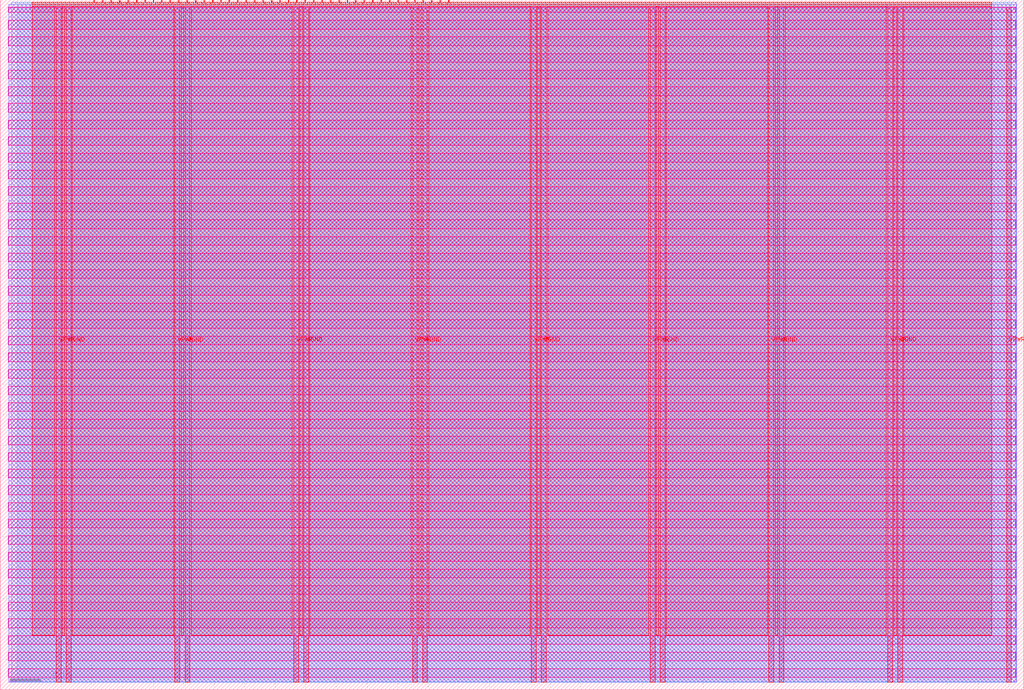
<source format=lef>
VERSION 5.7 ;
  NOWIREEXTENSIONATPIN ON ;
  DIVIDERCHAR "/" ;
  BUSBITCHARS "[]" ;
MACRO tt_um_find_the_damn_issue
  CLASS BLOCK ;
  FOREIGN tt_um_find_the_damn_issue ;
  ORIGIN 0.000 0.000 ;
  SIZE 334.880 BY 225.760 ;
  PIN VGND
    DIRECTION INOUT ;
    USE GROUND ;
    PORT
      LAYER met4 ;
        RECT 21.580 2.480 23.180 223.280 ;
    END
    PORT
      LAYER met4 ;
        RECT 60.450 2.480 62.050 223.280 ;
    END
    PORT
      LAYER met4 ;
        RECT 99.320 2.480 100.920 223.280 ;
    END
    PORT
      LAYER met4 ;
        RECT 138.190 2.480 139.790 223.280 ;
    END
    PORT
      LAYER met4 ;
        RECT 177.060 2.480 178.660 223.280 ;
    END
    PORT
      LAYER met4 ;
        RECT 215.930 2.480 217.530 223.280 ;
    END
    PORT
      LAYER met4 ;
        RECT 254.800 2.480 256.400 223.280 ;
    END
    PORT
      LAYER met4 ;
        RECT 293.670 2.480 295.270 223.280 ;
    END
  END VGND
  PIN VPWR
    DIRECTION INOUT ;
    USE POWER ;
    PORT
      LAYER met4 ;
        RECT 18.280 2.480 19.880 223.280 ;
    END
    PORT
      LAYER met4 ;
        RECT 57.150 2.480 58.750 223.280 ;
    END
    PORT
      LAYER met4 ;
        RECT 96.020 2.480 97.620 223.280 ;
    END
    PORT
      LAYER met4 ;
        RECT 134.890 2.480 136.490 223.280 ;
    END
    PORT
      LAYER met4 ;
        RECT 173.760 2.480 175.360 223.280 ;
    END
    PORT
      LAYER met4 ;
        RECT 212.630 2.480 214.230 223.280 ;
    END
    PORT
      LAYER met4 ;
        RECT 251.500 2.480 253.100 223.280 ;
    END
    PORT
      LAYER met4 ;
        RECT 290.370 2.480 291.970 223.280 ;
    END
    PORT
      LAYER met4 ;
        RECT 329.240 2.480 330.840 223.280 ;
    END
  END VPWR
  PIN clk
    DIRECTION INPUT ;
    USE SIGNAL ;
    ANTENNAGATEAREA 0.852000 ;
    PORT
      LAYER met4 ;
        RECT 143.830 224.760 144.130 225.760 ;
    END
  END clk
  PIN ena
    DIRECTION INPUT ;
    USE SIGNAL ;
    PORT
      LAYER met4 ;
        RECT 146.590 224.760 146.890 225.760 ;
    END
  END ena
  PIN rst_n
    DIRECTION INPUT ;
    USE SIGNAL ;
    ANTENNAGATEAREA 0.196500 ;
    PORT
      LAYER met4 ;
        RECT 141.070 224.760 141.370 225.760 ;
    END
  END rst_n
  PIN ui_in[0]
    DIRECTION INPUT ;
    USE SIGNAL ;
    ANTENNAGATEAREA 0.196500 ;
    PORT
      LAYER met4 ;
        RECT 138.310 224.760 138.610 225.760 ;
    END
  END ui_in[0]
  PIN ui_in[1]
    DIRECTION INPUT ;
    USE SIGNAL ;
    ANTENNAGATEAREA 0.196500 ;
    PORT
      LAYER met4 ;
        RECT 135.550 224.760 135.850 225.760 ;
    END
  END ui_in[1]
  PIN ui_in[2]
    DIRECTION INPUT ;
    USE SIGNAL ;
    ANTENNAGATEAREA 0.196500 ;
    PORT
      LAYER met4 ;
        RECT 132.790 224.760 133.090 225.760 ;
    END
  END ui_in[2]
  PIN ui_in[3]
    DIRECTION INPUT ;
    USE SIGNAL ;
    ANTENNAGATEAREA 0.196500 ;
    PORT
      LAYER met4 ;
        RECT 130.030 224.760 130.330 225.760 ;
    END
  END ui_in[3]
  PIN ui_in[4]
    DIRECTION INPUT ;
    USE SIGNAL ;
    ANTENNAGATEAREA 0.196500 ;
    PORT
      LAYER met4 ;
        RECT 127.270 224.760 127.570 225.760 ;
    END
  END ui_in[4]
  PIN ui_in[5]
    DIRECTION INPUT ;
    USE SIGNAL ;
    ANTENNAGATEAREA 0.196500 ;
    PORT
      LAYER met4 ;
        RECT 124.510 224.760 124.810 225.760 ;
    END
  END ui_in[5]
  PIN ui_in[6]
    DIRECTION INPUT ;
    USE SIGNAL ;
    ANTENNAGATEAREA 0.196500 ;
    PORT
      LAYER met4 ;
        RECT 121.750 224.760 122.050 225.760 ;
    END
  END ui_in[6]
  PIN ui_in[7]
    DIRECTION INPUT ;
    USE SIGNAL ;
    ANTENNAGATEAREA 0.196500 ;
    PORT
      LAYER met4 ;
        RECT 118.990 224.760 119.290 225.760 ;
    END
  END ui_in[7]
  PIN uio_in[0]
    DIRECTION INPUT ;
    USE SIGNAL ;
    ANTENNAGATEAREA 0.196500 ;
    PORT
      LAYER met4 ;
        RECT 116.230 224.760 116.530 225.760 ;
    END
  END uio_in[0]
  PIN uio_in[1]
    DIRECTION INPUT ;
    USE SIGNAL ;
    ANTENNAGATEAREA 0.196500 ;
    PORT
      LAYER met4 ;
        RECT 113.470 224.760 113.770 225.760 ;
    END
  END uio_in[1]
  PIN uio_in[2]
    DIRECTION INPUT ;
    USE SIGNAL ;
    ANTENNAGATEAREA 0.196500 ;
    PORT
      LAYER met4 ;
        RECT 110.710 224.760 111.010 225.760 ;
    END
  END uio_in[2]
  PIN uio_in[3]
    DIRECTION INPUT ;
    USE SIGNAL ;
    ANTENNAGATEAREA 0.196500 ;
    PORT
      LAYER met4 ;
        RECT 107.950 224.760 108.250 225.760 ;
    END
  END uio_in[3]
  PIN uio_in[4]
    DIRECTION INPUT ;
    USE SIGNAL ;
    ANTENNAGATEAREA 0.196500 ;
    PORT
      LAYER met4 ;
        RECT 105.190 224.760 105.490 225.760 ;
    END
  END uio_in[4]
  PIN uio_in[5]
    DIRECTION INPUT ;
    USE SIGNAL ;
    ANTENNAGATEAREA 0.196500 ;
    PORT
      LAYER met4 ;
        RECT 102.430 224.760 102.730 225.760 ;
    END
  END uio_in[5]
  PIN uio_in[6]
    DIRECTION INPUT ;
    USE SIGNAL ;
    ANTENNAGATEAREA 0.495000 ;
    PORT
      LAYER met4 ;
        RECT 99.670 224.760 99.970 225.760 ;
    END
  END uio_in[6]
  PIN uio_in[7]
    DIRECTION INPUT ;
    USE SIGNAL ;
    ANTENNAGATEAREA 0.495000 ;
    PORT
      LAYER met4 ;
        RECT 96.910 224.760 97.210 225.760 ;
    END
  END uio_in[7]
  PIN uio_oe[0]
    DIRECTION OUTPUT ;
    USE SIGNAL ;
    ANTENNADIFFAREA 0.924000 ;
    PORT
      LAYER met4 ;
        RECT 49.990 224.760 50.290 225.760 ;
    END
  END uio_oe[0]
  PIN uio_oe[1]
    DIRECTION OUTPUT ;
    USE SIGNAL ;
    ANTENNADIFFAREA 0.891000 ;
    PORT
      LAYER met4 ;
        RECT 47.230 224.760 47.530 225.760 ;
    END
  END uio_oe[1]
  PIN uio_oe[2]
    DIRECTION OUTPUT ;
    USE SIGNAL ;
    ANTENNADIFFAREA 0.924000 ;
    PORT
      LAYER met4 ;
        RECT 44.470 224.760 44.770 225.760 ;
    END
  END uio_oe[2]
  PIN uio_oe[3]
    DIRECTION OUTPUT ;
    USE SIGNAL ;
    ANTENNADIFFAREA 0.911000 ;
    PORT
      LAYER met4 ;
        RECT 41.710 224.760 42.010 225.760 ;
    END
  END uio_oe[3]
  PIN uio_oe[4]
    DIRECTION OUTPUT ;
    USE SIGNAL ;
    ANTENNADIFFAREA 0.924000 ;
    PORT
      LAYER met4 ;
        RECT 38.950 224.760 39.250 225.760 ;
    END
  END uio_oe[4]
  PIN uio_oe[5]
    DIRECTION OUTPUT ;
    USE SIGNAL ;
    ANTENNADIFFAREA 0.924000 ;
    PORT
      LAYER met4 ;
        RECT 36.190 224.760 36.490 225.760 ;
    END
  END uio_oe[5]
  PIN uio_oe[6]
    DIRECTION OUTPUT ;
    USE SIGNAL ;
    ANTENNADIFFAREA 0.445500 ;
    PORT
      LAYER met4 ;
        RECT 33.430 224.760 33.730 225.760 ;
    END
  END uio_oe[6]
  PIN uio_oe[7]
    DIRECTION OUTPUT ;
    USE SIGNAL ;
    ANTENNADIFFAREA 0.445500 ;
    PORT
      LAYER met4 ;
        RECT 30.670 224.760 30.970 225.760 ;
    END
  END uio_oe[7]
  PIN uio_out[0]
    DIRECTION OUTPUT ;
    USE SIGNAL ;
    ANTENNADIFFAREA 0.795200 ;
    PORT
      LAYER met4 ;
        RECT 72.070 224.760 72.370 225.760 ;
    END
  END uio_out[0]
  PIN uio_out[1]
    DIRECTION OUTPUT ;
    USE SIGNAL ;
    ANTENNADIFFAREA 0.891000 ;
    PORT
      LAYER met4 ;
        RECT 69.310 224.760 69.610 225.760 ;
    END
  END uio_out[1]
  PIN uio_out[2]
    DIRECTION OUTPUT ;
    USE SIGNAL ;
    ANTENNADIFFAREA 0.795200 ;
    PORT
      LAYER met4 ;
        RECT 66.550 224.760 66.850 225.760 ;
    END
  END uio_out[2]
  PIN uio_out[3]
    DIRECTION OUTPUT ;
    USE SIGNAL ;
    ANTENNADIFFAREA 0.445500 ;
    PORT
      LAYER met4 ;
        RECT 63.790 224.760 64.090 225.760 ;
    END
  END uio_out[3]
  PIN uio_out[4]
    DIRECTION OUTPUT ;
    USE SIGNAL ;
    ANTENNADIFFAREA 0.445500 ;
    PORT
      LAYER met4 ;
        RECT 61.030 224.760 61.330 225.760 ;
    END
  END uio_out[4]
  PIN uio_out[5]
    DIRECTION OUTPUT ;
    USE SIGNAL ;
    ANTENNADIFFAREA 0.795200 ;
    PORT
      LAYER met4 ;
        RECT 58.270 224.760 58.570 225.760 ;
    END
  END uio_out[5]
  PIN uio_out[6]
    DIRECTION OUTPUT ;
    USE SIGNAL ;
    ANTENNADIFFAREA 0.445500 ;
    PORT
      LAYER met4 ;
        RECT 55.510 224.760 55.810 225.760 ;
    END
  END uio_out[6]
  PIN uio_out[7]
    DIRECTION OUTPUT ;
    USE SIGNAL ;
    ANTENNADIFFAREA 0.445500 ;
    PORT
      LAYER met4 ;
        RECT 52.750 224.760 53.050 225.760 ;
    END
  END uio_out[7]
  PIN uo_out[0]
    DIRECTION OUTPUT ;
    USE SIGNAL ;
    ANTENNADIFFAREA 0.891000 ;
    PORT
      LAYER met4 ;
        RECT 94.150 224.760 94.450 225.760 ;
    END
  END uo_out[0]
  PIN uo_out[1]
    DIRECTION OUTPUT ;
    USE SIGNAL ;
    ANTENNADIFFAREA 0.891000 ;
    PORT
      LAYER met4 ;
        RECT 91.390 224.760 91.690 225.760 ;
    END
  END uo_out[1]
  PIN uo_out[2]
    DIRECTION OUTPUT ;
    USE SIGNAL ;
    ANTENNADIFFAREA 0.445500 ;
    PORT
      LAYER met4 ;
        RECT 88.630 224.760 88.930 225.760 ;
    END
  END uo_out[2]
  PIN uo_out[3]
    DIRECTION OUTPUT ;
    USE SIGNAL ;
    ANTENNADIFFAREA 0.445500 ;
    PORT
      LAYER met4 ;
        RECT 85.870 224.760 86.170 225.760 ;
    END
  END uo_out[3]
  PIN uo_out[4]
    DIRECTION OUTPUT ;
    USE SIGNAL ;
    ANTENNADIFFAREA 0.445500 ;
    PORT
      LAYER met4 ;
        RECT 83.110 224.760 83.410 225.760 ;
    END
  END uo_out[4]
  PIN uo_out[5]
    DIRECTION OUTPUT ;
    USE SIGNAL ;
    ANTENNADIFFAREA 0.795200 ;
    PORT
      LAYER met4 ;
        RECT 80.350 224.760 80.650 225.760 ;
    END
  END uo_out[5]
  PIN uo_out[6]
    DIRECTION OUTPUT ;
    USE SIGNAL ;
    ANTENNADIFFAREA 0.445500 ;
    PORT
      LAYER met4 ;
        RECT 77.590 224.760 77.890 225.760 ;
    END
  END uo_out[6]
  PIN uo_out[7]
    DIRECTION OUTPUT ;
    USE SIGNAL ;
    ANTENNADIFFAREA 0.445500 ;
    PORT
      LAYER met4 ;
        RECT 74.830 224.760 75.130 225.760 ;
    END
  END uo_out[7]
  OBS
      LAYER nwell ;
        RECT 2.570 221.625 332.310 223.230 ;
        RECT 2.570 216.185 332.310 219.015 ;
        RECT 2.570 210.745 332.310 213.575 ;
        RECT 2.570 205.305 332.310 208.135 ;
        RECT 2.570 199.865 332.310 202.695 ;
        RECT 2.570 194.425 332.310 197.255 ;
        RECT 2.570 188.985 332.310 191.815 ;
        RECT 2.570 183.545 332.310 186.375 ;
        RECT 2.570 178.105 332.310 180.935 ;
        RECT 2.570 172.665 332.310 175.495 ;
        RECT 2.570 167.225 332.310 170.055 ;
        RECT 2.570 161.785 332.310 164.615 ;
        RECT 2.570 156.345 332.310 159.175 ;
        RECT 2.570 150.905 332.310 153.735 ;
        RECT 2.570 145.465 332.310 148.295 ;
        RECT 2.570 140.025 332.310 142.855 ;
        RECT 2.570 134.585 332.310 137.415 ;
        RECT 2.570 129.145 332.310 131.975 ;
        RECT 2.570 123.705 332.310 126.535 ;
        RECT 2.570 118.265 332.310 121.095 ;
        RECT 2.570 112.825 332.310 115.655 ;
        RECT 2.570 107.385 332.310 110.215 ;
        RECT 2.570 101.945 332.310 104.775 ;
        RECT 2.570 96.505 332.310 99.335 ;
        RECT 2.570 91.065 332.310 93.895 ;
        RECT 2.570 85.625 332.310 88.455 ;
        RECT 2.570 80.185 332.310 83.015 ;
        RECT 2.570 74.745 332.310 77.575 ;
        RECT 2.570 69.305 332.310 72.135 ;
        RECT 2.570 63.865 332.310 66.695 ;
        RECT 2.570 58.425 332.310 61.255 ;
        RECT 2.570 52.985 332.310 55.815 ;
        RECT 2.570 47.545 332.310 50.375 ;
        RECT 2.570 42.105 332.310 44.935 ;
        RECT 2.570 36.665 332.310 39.495 ;
        RECT 2.570 31.225 332.310 34.055 ;
        RECT 2.570 25.785 332.310 28.615 ;
        RECT 2.570 20.345 332.310 23.175 ;
        RECT 2.570 14.905 332.310 17.735 ;
        RECT 2.570 9.465 332.310 12.295 ;
        RECT 2.570 4.025 332.310 6.855 ;
      LAYER li1 ;
        RECT 2.760 2.635 332.120 223.125 ;
      LAYER met1 ;
        RECT 2.760 2.480 332.510 224.360 ;
      LAYER met2 ;
        RECT 3.780 2.535 332.480 224.925 ;
      LAYER met3 ;
        RECT 5.585 2.555 330.830 224.905 ;
      LAYER met4 ;
        RECT 10.415 224.360 30.270 224.905 ;
        RECT 31.370 224.360 33.030 224.905 ;
        RECT 34.130 224.360 35.790 224.905 ;
        RECT 36.890 224.360 38.550 224.905 ;
        RECT 39.650 224.360 41.310 224.905 ;
        RECT 42.410 224.360 44.070 224.905 ;
        RECT 45.170 224.360 46.830 224.905 ;
        RECT 47.930 224.360 49.590 224.905 ;
        RECT 50.690 224.360 52.350 224.905 ;
        RECT 53.450 224.360 55.110 224.905 ;
        RECT 56.210 224.360 57.870 224.905 ;
        RECT 58.970 224.360 60.630 224.905 ;
        RECT 61.730 224.360 63.390 224.905 ;
        RECT 64.490 224.360 66.150 224.905 ;
        RECT 67.250 224.360 68.910 224.905 ;
        RECT 70.010 224.360 71.670 224.905 ;
        RECT 72.770 224.360 74.430 224.905 ;
        RECT 75.530 224.360 77.190 224.905 ;
        RECT 78.290 224.360 79.950 224.905 ;
        RECT 81.050 224.360 82.710 224.905 ;
        RECT 83.810 224.360 85.470 224.905 ;
        RECT 86.570 224.360 88.230 224.905 ;
        RECT 89.330 224.360 90.990 224.905 ;
        RECT 92.090 224.360 93.750 224.905 ;
        RECT 94.850 224.360 96.510 224.905 ;
        RECT 97.610 224.360 99.270 224.905 ;
        RECT 100.370 224.360 102.030 224.905 ;
        RECT 103.130 224.360 104.790 224.905 ;
        RECT 105.890 224.360 107.550 224.905 ;
        RECT 108.650 224.360 110.310 224.905 ;
        RECT 111.410 224.360 113.070 224.905 ;
        RECT 114.170 224.360 115.830 224.905 ;
        RECT 116.930 224.360 118.590 224.905 ;
        RECT 119.690 224.360 121.350 224.905 ;
        RECT 122.450 224.360 124.110 224.905 ;
        RECT 125.210 224.360 126.870 224.905 ;
        RECT 127.970 224.360 129.630 224.905 ;
        RECT 130.730 224.360 132.390 224.905 ;
        RECT 133.490 224.360 135.150 224.905 ;
        RECT 136.250 224.360 137.910 224.905 ;
        RECT 139.010 224.360 140.670 224.905 ;
        RECT 141.770 224.360 143.430 224.905 ;
        RECT 144.530 224.360 146.190 224.905 ;
        RECT 147.290 224.360 324.465 224.905 ;
        RECT 10.415 223.680 324.465 224.360 ;
        RECT 10.415 17.855 17.880 223.680 ;
        RECT 20.280 17.855 21.180 223.680 ;
        RECT 23.580 17.855 56.750 223.680 ;
        RECT 59.150 17.855 60.050 223.680 ;
        RECT 62.450 17.855 95.620 223.680 ;
        RECT 98.020 17.855 98.920 223.680 ;
        RECT 101.320 17.855 134.490 223.680 ;
        RECT 136.890 17.855 137.790 223.680 ;
        RECT 140.190 17.855 173.360 223.680 ;
        RECT 175.760 17.855 176.660 223.680 ;
        RECT 179.060 17.855 212.230 223.680 ;
        RECT 214.630 17.855 215.530 223.680 ;
        RECT 217.930 17.855 251.100 223.680 ;
        RECT 253.500 17.855 254.400 223.680 ;
        RECT 256.800 17.855 289.970 223.680 ;
        RECT 292.370 17.855 293.270 223.680 ;
        RECT 295.670 17.855 324.465 223.680 ;
  END
END tt_um_find_the_damn_issue
END LIBRARY


</source>
